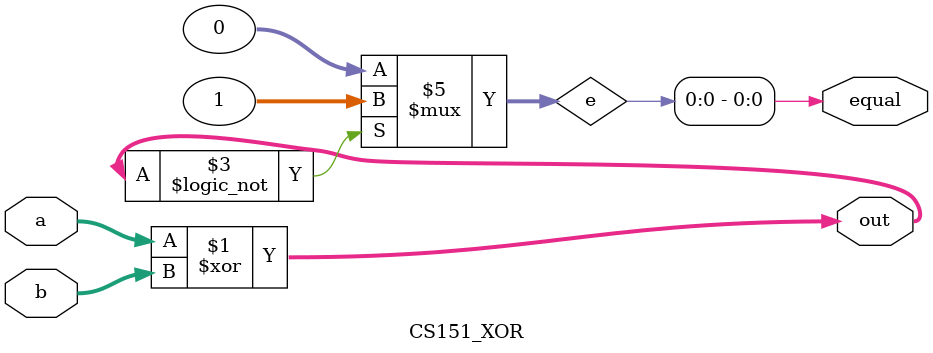
<source format=v>
`timescale 1ns / 1ps


module CS151_XOR(
    input [5:0]a,
    input [5:0]b,
    output [5:0]out,
    output equal
    );
assign out = a^b;
integer e;
always@(*) begin
    if (out == 6'b000000)
        e = 1;
    else
        e = 0;
    end  
assign equal = e;
endmodule

</source>
